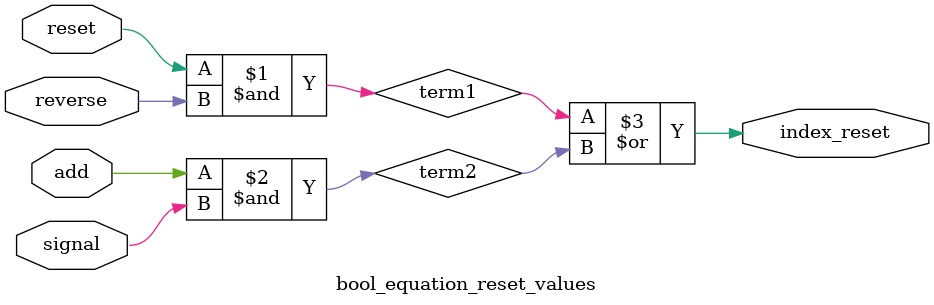
<source format=sv>
module bool_equation_reset_values(input reset, reverse, add, signal,output index_reset);
    wire term1,term2;
    and(term1,reset,reverse);
    and(term2,add,signal);
    or(index_reset,term1,term2);
endmodule
</source>
